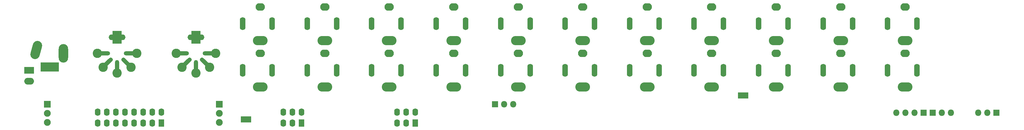
<source format=gts>
G04 #@! TF.FileFunction,Soldermask,Top*
%FSLAX46Y46*%
G04 Gerber Fmt 4.6, Leading zero omitted, Abs format (unit mm)*
G04 Created by KiCad (PCBNEW 4.0.2-stable) date 2019-06-10 2:57:16 PM*
%MOMM*%
G01*
G04 APERTURE LIST*
%ADD10C,0.200000*%
%ADD11R,5.180000X2.640000*%
%ADD12O,2.640000X5.180000*%
%ADD13C,2.640000*%
%ADD14R,1.600000X2.100000*%
%ADD15O,1.600000X2.100000*%
%ADD16O,4.100000X2.600000*%
%ADD17O,2.600000X2.100000*%
%ADD18O,1.600000X3.600000*%
%ADD19R,2.700000X1.900000*%
%ADD20O,2.700000X1.900000*%
%ADD21R,1.800000X1.800000*%
%ADD22O,1.800000X1.800000*%
%ADD23R,2.900000X1.700000*%
%ADD24C,2.600000*%
%ADD25R,2.600000X3.600000*%
%ADD26O,4.700000X1.550000*%
%ADD27O,4.400000X1.200000*%
%ADD28O,1.200000X4.400000*%
%ADD29C,1.200000*%
%ADD30R,1.900000X1.900000*%
%ADD31C,1.900000*%
G04 APERTURE END LIST*
D10*
D11*
X20250000Y-76060000D03*
D12*
X24060000Y-72250000D03*
D13*
X16768700Y-70023274D02*
X16111300Y-72476726D01*
D14*
X122290000Y-91770000D03*
D15*
X122290000Y-88730000D03*
X119750000Y-91770000D03*
X119750000Y-88730000D03*
X117210000Y-91770000D03*
X117210000Y-88730000D03*
D16*
X79000000Y-81700000D03*
D17*
X79000000Y-72300000D03*
D18*
X74100000Y-77000000D03*
X82300000Y-77000000D03*
D16*
X79000000Y-68700000D03*
D17*
X79000000Y-59300000D03*
D18*
X74100000Y-64000000D03*
X82300000Y-64000000D03*
D16*
X97000000Y-68700000D03*
D17*
X97000000Y-59300000D03*
D18*
X92100000Y-64000000D03*
X100300000Y-64000000D03*
D16*
X97000000Y-81700000D03*
D17*
X97000000Y-72300000D03*
D18*
X92100000Y-77000000D03*
X100300000Y-77000000D03*
D16*
X115000000Y-68700000D03*
D17*
X115000000Y-59300000D03*
D18*
X110100000Y-64000000D03*
X118300000Y-64000000D03*
D16*
X115000000Y-81700000D03*
D17*
X115000000Y-72300000D03*
D18*
X110100000Y-77000000D03*
X118300000Y-77000000D03*
D16*
X133000000Y-68700000D03*
D17*
X133000000Y-59300000D03*
D18*
X128100000Y-64000000D03*
X136300000Y-64000000D03*
D16*
X133000000Y-81700000D03*
D17*
X133000000Y-72300000D03*
D18*
X128100000Y-77000000D03*
X136300000Y-77000000D03*
D16*
X151000000Y-68700000D03*
D17*
X151000000Y-59300000D03*
D18*
X146100000Y-64000000D03*
X154300000Y-64000000D03*
D16*
X151000000Y-81700000D03*
D17*
X151000000Y-72300000D03*
D18*
X146100000Y-77000000D03*
X154300000Y-77000000D03*
D16*
X169000000Y-68700000D03*
D17*
X169000000Y-59300000D03*
D18*
X164100000Y-64000000D03*
X172300000Y-64000000D03*
D16*
X169000000Y-81700000D03*
D17*
X169000000Y-72300000D03*
D18*
X164100000Y-77000000D03*
X172300000Y-77000000D03*
D16*
X187000000Y-68700000D03*
D17*
X187000000Y-59300000D03*
D18*
X182100000Y-64000000D03*
X190300000Y-64000000D03*
D16*
X187000000Y-81700000D03*
D17*
X187000000Y-72300000D03*
D18*
X182100000Y-77000000D03*
X190300000Y-77000000D03*
D16*
X205000000Y-68700000D03*
D17*
X205000000Y-59300000D03*
D18*
X200100000Y-64000000D03*
X208300000Y-64000000D03*
D16*
X205000000Y-81700000D03*
D17*
X205000000Y-72300000D03*
D18*
X200100000Y-77000000D03*
X208300000Y-77000000D03*
D16*
X223000000Y-68700000D03*
D17*
X223000000Y-59300000D03*
D18*
X218100000Y-64000000D03*
X226300000Y-64000000D03*
D16*
X223000000Y-81700000D03*
D17*
X223000000Y-72300000D03*
D18*
X218100000Y-77000000D03*
X226300000Y-77000000D03*
D16*
X241000000Y-68700000D03*
D17*
X241000000Y-59300000D03*
D18*
X236100000Y-64000000D03*
X244300000Y-64000000D03*
D16*
X241000000Y-81700000D03*
D17*
X241000000Y-72300000D03*
D18*
X236100000Y-77000000D03*
X244300000Y-77000000D03*
D16*
X259000000Y-81700000D03*
D17*
X259000000Y-72300000D03*
D18*
X254100000Y-77000000D03*
X262300000Y-77000000D03*
D16*
X259000000Y-68700000D03*
D17*
X259000000Y-59300000D03*
D18*
X254100000Y-64000000D03*
X262300000Y-64000000D03*
D14*
X90540000Y-91770000D03*
D15*
X90540000Y-88730000D03*
X88000000Y-91770000D03*
X88000000Y-88730000D03*
X85460000Y-91770000D03*
X85460000Y-88730000D03*
D19*
X14500000Y-77000000D03*
D20*
X14500000Y-80040000D03*
D21*
X284480000Y-88900000D03*
D22*
X281940000Y-88900000D03*
X279400000Y-88900000D03*
D23*
X213750000Y-84000000D03*
X75000000Y-90750000D03*
D24*
X33500000Y-72250000D03*
X44500000Y-72250000D03*
X39000000Y-77750000D03*
D25*
X39000000Y-67750000D03*
D24*
X35110000Y-76140000D03*
X42890000Y-76140000D03*
D26*
X39000000Y-67750000D03*
D27*
X34900000Y-72250000D03*
X43100000Y-72250000D03*
D28*
X39000000Y-76350000D03*
D29*
X34968629Y-76281371D02*
X37231371Y-74018629D01*
X40768629Y-74018629D02*
X43031371Y-76281371D01*
D24*
X55500000Y-72250000D03*
X66500000Y-72250000D03*
X61000000Y-77750000D03*
D25*
X61000000Y-67750000D03*
D24*
X57110000Y-76140000D03*
X64890000Y-76140000D03*
D26*
X61000000Y-67750000D03*
D27*
X56900000Y-72250000D03*
X65100000Y-72250000D03*
D28*
X61000000Y-76350000D03*
D29*
X56968629Y-76281371D02*
X59231371Y-74018629D01*
X62768629Y-74018629D02*
X65031371Y-76281371D01*
D30*
X67530000Y-86460000D03*
D31*
X67530000Y-89000000D03*
X67530000Y-91540000D03*
D30*
X19580000Y-86460000D03*
D31*
X19580000Y-89000000D03*
X19580000Y-91540000D03*
D21*
X264160000Y-88900000D03*
D22*
X261620000Y-88900000D03*
X259080000Y-88900000D03*
X256540000Y-88900000D03*
D21*
X266700000Y-88900000D03*
D22*
X269240000Y-88900000D03*
X271780000Y-88900000D03*
D21*
X144500000Y-86500000D03*
D22*
X147040000Y-86500000D03*
X149580000Y-86500000D03*
D15*
X33610000Y-88730000D03*
X33610000Y-91770000D03*
X36150000Y-91770000D03*
X36150000Y-88730000D03*
X38690000Y-88730000D03*
X38690000Y-91770000D03*
X41230000Y-91770000D03*
X41230000Y-88730000D03*
X43770000Y-88730000D03*
X43770000Y-91770000D03*
D14*
X51390000Y-91770000D03*
D15*
X51390000Y-88730000D03*
X48850000Y-91770000D03*
X48850000Y-88730000D03*
X46310000Y-91770000D03*
X46310000Y-88730000D03*
M02*

</source>
